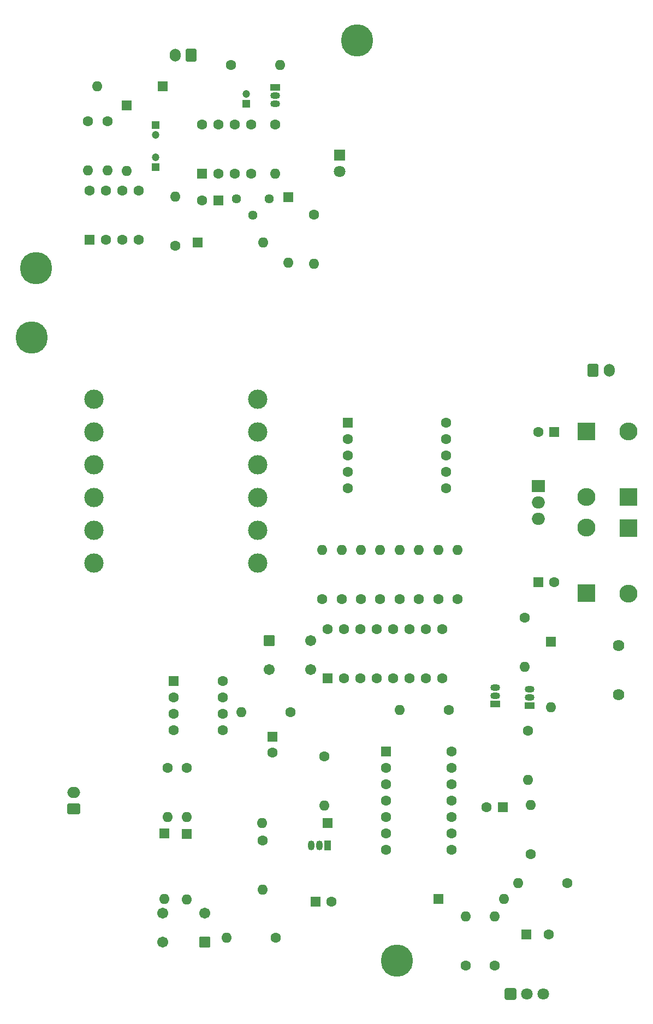
<source format=gbr>
%TF.GenerationSoftware,KiCad,Pcbnew,9.0.1*%
%TF.CreationDate,2025-06-18T14:58:57+01:00*%
%TF.ProjectId,essaie,65737361-6965-42e6-9b69-6361645f7063,rev?*%
%TF.SameCoordinates,Original*%
%TF.FileFunction,Soldermask,Top*%
%TF.FilePolarity,Negative*%
%FSLAX46Y46*%
G04 Gerber Fmt 4.6, Leading zero omitted, Abs format (unit mm)*
G04 Created by KiCad (PCBNEW 9.0.1) date 2025-06-18 14:58:57*
%MOMM*%
%LPD*%
G01*
G04 APERTURE LIST*
G04 Aperture macros list*
%AMRoundRect*
0 Rectangle with rounded corners*
0 $1 Rounding radius*
0 $2 $3 $4 $5 $6 $7 $8 $9 X,Y pos of 4 corners*
0 Add a 4 corners polygon primitive as box body*
4,1,4,$2,$3,$4,$5,$6,$7,$8,$9,$2,$3,0*
0 Add four circle primitives for the rounded corners*
1,1,$1+$1,$2,$3*
1,1,$1+$1,$4,$5*
1,1,$1+$1,$6,$7*
1,1,$1+$1,$8,$9*
0 Add four rect primitives between the rounded corners*
20,1,$1+$1,$2,$3,$4,$5,0*
20,1,$1+$1,$4,$5,$6,$7,0*
20,1,$1+$1,$6,$7,$8,$9,0*
20,1,$1+$1,$8,$9,$2,$3,0*%
G04 Aperture macros list end*
%ADD10C,3.000000*%
%ADD11RoundRect,0.248400X-0.651600X-0.651600X0.651600X-0.651600X0.651600X0.651600X-0.651600X0.651600X0*%
%ADD12C,1.800000*%
%ADD13C,1.600000*%
%ADD14O,1.600000X1.600000*%
%ADD15RoundRect,0.250000X0.550000X-0.550000X0.550000X0.550000X-0.550000X0.550000X-0.550000X-0.550000X0*%
%ADD16R,2.000000X1.905000*%
%ADD17O,2.000000X1.905000*%
%ADD18RoundRect,0.102000X-0.749000X-0.749000X0.749000X-0.749000X0.749000X0.749000X-0.749000X0.749000X0*%
%ADD19C,1.702000*%
%ADD20R,1.600000X1.600000*%
%ADD21R,2.800000X2.800000*%
%ADD22O,2.800000X2.800000*%
%ADD23R,1.500000X1.050000*%
%ADD24O,1.500000X1.050000*%
%ADD25C,0.800000*%
%ADD26C,5.000000*%
%ADD27RoundRect,0.250000X-0.550000X-0.550000X0.550000X-0.550000X0.550000X0.550000X-0.550000X0.550000X0*%
%ADD28R,1.800000X1.800000*%
%ADD29R,1.050000X1.500000*%
%ADD30O,1.050000X1.500000*%
%ADD31R,1.200000X1.200000*%
%ADD32C,1.200000*%
%ADD33RoundRect,0.250000X0.750000X-0.600000X0.750000X0.600000X-0.750000X0.600000X-0.750000X-0.600000X0*%
%ADD34O,2.000000X1.700000*%
%ADD35RoundRect,0.250000X0.600000X0.750000X-0.600000X0.750000X-0.600000X-0.750000X0.600000X-0.750000X0*%
%ADD36O,1.700000X2.000000*%
%ADD37RoundRect,0.250000X-0.600000X-0.750000X0.600000X-0.750000X0.600000X0.750000X-0.600000X0.750000X0*%
%ADD38C,1.779000*%
%ADD39C,1.440000*%
%ADD40RoundRect,0.102000X0.749000X0.749000X-0.749000X0.749000X-0.749000X-0.749000X0.749000X-0.749000X0*%
G04 APERTURE END LIST*
D10*
%TO.C,T1*%
X165900000Y-108320000D03*
X165900000Y-98160000D03*
X140500000Y-82920000D03*
X140500000Y-103240000D03*
X165900000Y-82920000D03*
X165900000Y-88000000D03*
X140500000Y-88000000D03*
X165900000Y-93080000D03*
X140500000Y-93080000D03*
X140500000Y-98160000D03*
X165900000Y-103240000D03*
X140500000Y-108320000D03*
%TD*%
D11*
%TO.C,U14*%
X205130000Y-175105000D03*
D12*
X207670000Y-175105000D03*
X210210000Y-175105000D03*
%TD*%
D13*
%TO.C,R8*%
X198170000Y-170730000D03*
D14*
X198170000Y-163110000D03*
%TD*%
D15*
%TO.C,U2*%
X157285000Y-47925000D03*
D13*
X159825000Y-47925000D03*
X162365000Y-47925000D03*
X164905000Y-47925000D03*
X164905000Y-40305000D03*
X162365000Y-40305000D03*
X159825000Y-40305000D03*
X157285000Y-40305000D03*
%TD*%
D16*
%TO.C,U1*%
X209400000Y-96420000D03*
D17*
X209400000Y-98960000D03*
X209400000Y-101500000D03*
%TD*%
D13*
%TO.C,R12*%
X154900000Y-140110000D03*
D14*
X154900000Y-147730000D03*
%TD*%
D18*
%TO.C,SW2*%
X167650000Y-120360000D03*
D19*
X167650000Y-124860000D03*
X174150000Y-120360000D03*
X174150000Y-124860000D03*
%TD*%
D20*
%TO.C,C9*%
X203899000Y-146139000D03*
D13*
X201399000Y-146139000D03*
%TD*%
D20*
%TO.C,C8*%
X174845000Y-160820000D03*
D13*
X177345000Y-160820000D03*
%TD*%
%TO.C,R23*%
X176193888Y-138329000D03*
D14*
X176193888Y-145949000D03*
%TD*%
D20*
%TO.C,U8*%
X179902500Y-86530000D03*
D13*
X179902500Y-89070000D03*
X179902500Y-91610000D03*
X179902500Y-94150000D03*
X179902500Y-96690000D03*
X195142500Y-96690000D03*
X195142500Y-94150000D03*
X195142500Y-91610000D03*
X195142500Y-89070000D03*
X195142500Y-86530000D03*
%TD*%
%TO.C,R22*%
X166693888Y-151329000D03*
D14*
X166693888Y-158949000D03*
%TD*%
D20*
%TO.C,C2*%
X209400000Y-111294888D03*
D13*
X211900000Y-111294888D03*
%TD*%
D21*
%TO.C,D2*%
X223400000Y-102920000D03*
D22*
X223400000Y-113080000D03*
%TD*%
D20*
%TO.C,C5*%
X207517349Y-165920000D03*
D13*
X211017349Y-165920000D03*
%TD*%
%TO.C,R14*%
X196900000Y-113920000D03*
D14*
X196900000Y-106300000D03*
%TD*%
D13*
%TO.C,R21*%
X175900000Y-113920000D03*
D14*
X175900000Y-106300000D03*
%TD*%
D13*
%TO.C,R24*%
X208193888Y-153449000D03*
D14*
X208193888Y-145829000D03*
%TD*%
D20*
%TO.C,D8*%
X151175000Y-34420000D03*
D14*
X141015000Y-34420000D03*
%TD*%
D15*
%TO.C,U7*%
X176700000Y-126230000D03*
D13*
X179240000Y-126230000D03*
X181780000Y-126230000D03*
X184320000Y-126230000D03*
X186860000Y-126230000D03*
X189400000Y-126230000D03*
X191940000Y-126230000D03*
X194480000Y-126230000D03*
X194480000Y-118610000D03*
X191940000Y-118610000D03*
X189400000Y-118610000D03*
X186860000Y-118610000D03*
X184320000Y-118610000D03*
X181780000Y-118610000D03*
X179240000Y-118610000D03*
X176700000Y-118610000D03*
%TD*%
%TO.C,R5*%
X142595000Y-39800000D03*
D14*
X142595000Y-47420000D03*
%TD*%
D23*
%TO.C,Q4*%
X202723888Y-130169000D03*
D24*
X202723888Y-128899000D03*
X202723888Y-127629000D03*
%TD*%
D25*
%TO.C,H1*%
X179470000Y-27320000D03*
X180019175Y-25994175D03*
X180019175Y-28645825D03*
X181345000Y-25445000D03*
D26*
X181345000Y-27320000D03*
D25*
X181345000Y-29195000D03*
X182670825Y-25994175D03*
X182670825Y-28645825D03*
X183220000Y-27320000D03*
%TD*%
D13*
%TO.C,R25*%
X195503888Y-131139000D03*
D14*
X187883888Y-131139000D03*
%TD*%
D25*
%TO.C,H4*%
X185644175Y-169994175D03*
X186193350Y-168668350D03*
X186193350Y-171320000D03*
X187519175Y-168119175D03*
D26*
X187519175Y-169994175D03*
D25*
X187519175Y-171869175D03*
X188845000Y-168668350D03*
X188845000Y-171320000D03*
X189394175Y-169994175D03*
%TD*%
D20*
%TO.C,D14*%
X211400000Y-120549000D03*
D14*
X211400000Y-130709000D03*
%TD*%
D13*
%TO.C,R10*%
X170980000Y-131420000D03*
D14*
X163360000Y-131420000D03*
%TD*%
D27*
%TO.C,U10*%
X185819000Y-137569000D03*
D13*
X185819000Y-140109000D03*
X185819000Y-142649000D03*
X185819000Y-145189000D03*
X185819000Y-147729000D03*
X185819000Y-150269000D03*
X185819000Y-152809000D03*
X195979000Y-152809000D03*
X195979000Y-150269000D03*
X195979000Y-147729000D03*
X195979000Y-145189000D03*
X195979000Y-142649000D03*
X195979000Y-140109000D03*
X195979000Y-137569000D03*
%TD*%
%TO.C,R11*%
X168710000Y-166420000D03*
D14*
X161090000Y-166420000D03*
%TD*%
D20*
%TO.C,D13*%
X176773888Y-148639000D03*
D14*
X166613888Y-148639000D03*
%TD*%
D13*
%TO.C,R13*%
X151900000Y-140110000D03*
D14*
X151900000Y-147730000D03*
%TD*%
D15*
%TO.C,U3*%
X139785000Y-58225000D03*
D13*
X142325000Y-58225000D03*
X144865000Y-58225000D03*
X147405000Y-58225000D03*
X147405000Y-50605000D03*
X144865000Y-50605000D03*
X142325000Y-50605000D03*
X139785000Y-50605000D03*
%TD*%
D28*
%TO.C,D5*%
X178595000Y-45120000D03*
D12*
X178595000Y-47660000D03*
%TD*%
D29*
%TO.C,Q2*%
X176733888Y-152139000D03*
D30*
X175463888Y-152139000D03*
X174193888Y-152139000D03*
%TD*%
D20*
%TO.C,C1*%
X211900000Y-88000000D03*
D13*
X209400000Y-88000000D03*
%TD*%
D20*
%TO.C,D11*%
X151400000Y-150240000D03*
D14*
X151400000Y-160400000D03*
%TD*%
D20*
%TO.C,D9*%
X145595000Y-37340000D03*
D14*
X145595000Y-47500000D03*
%TD*%
D13*
%TO.C,R1*%
X168595000Y-40310000D03*
D14*
X168595000Y-47930000D03*
%TD*%
D20*
%TO.C,C3*%
X159800113Y-52120000D03*
D13*
X157300113Y-52120000D03*
%TD*%
D21*
%TO.C,D4*%
X216900000Y-113000000D03*
D22*
X216900000Y-102840000D03*
%TD*%
D23*
%TO.C,Q3*%
X208083888Y-130399000D03*
D24*
X208083888Y-129129000D03*
X208083888Y-127859000D03*
%TD*%
D20*
%TO.C,D7*%
X170595000Y-51620000D03*
D14*
X170595000Y-61780000D03*
%TD*%
D13*
%TO.C,R4*%
X153095000Y-59120000D03*
D14*
X153095000Y-51500000D03*
%TD*%
D13*
%TO.C,R16*%
X184900000Y-113920000D03*
D14*
X184900000Y-106300000D03*
%TD*%
D27*
%TO.C,U6*%
X152865000Y-126610000D03*
D13*
X152865000Y-129150000D03*
X152865000Y-131690000D03*
X152865000Y-134230000D03*
X160485000Y-134230000D03*
X160485000Y-131690000D03*
X160485000Y-129150000D03*
X160485000Y-126610000D03*
%TD*%
D31*
%TO.C,C11*%
X164095000Y-37120000D03*
D32*
X164095000Y-35620000D03*
%TD*%
D13*
%TO.C,R3*%
X174595000Y-54310000D03*
D14*
X174595000Y-61930000D03*
%TD*%
D31*
%TO.C,C6*%
X150095000Y-46920000D03*
D32*
X150095000Y-45420000D03*
%TD*%
D13*
%TO.C,R15*%
X193900000Y-113920000D03*
D14*
X193900000Y-106300000D03*
%TD*%
D31*
%TO.C,C4*%
X150095000Y-40420000D03*
D32*
X150095000Y-41920000D03*
%TD*%
D33*
%TO.C,J1*%
X137400000Y-146420000D03*
D34*
X137400000Y-143920000D03*
%TD*%
D13*
%TO.C,R9*%
X213900000Y-157920000D03*
D14*
X206280000Y-157920000D03*
%TD*%
D35*
%TO.C,J2*%
X155595000Y-29620000D03*
D36*
X153095000Y-29620000D03*
%TD*%
D37*
%TO.C,J3*%
X217900000Y-78420000D03*
D36*
X220400000Y-78420000D03*
%TD*%
D13*
%TO.C,R18*%
X178900000Y-113920000D03*
D14*
X178900000Y-106300000D03*
%TD*%
D13*
%TO.C,R17*%
X190900000Y-113920000D03*
D14*
X190900000Y-106300000D03*
%TD*%
D38*
%TO.C,LS1*%
X221900000Y-128739000D03*
X221900000Y-121139000D03*
%TD*%
D20*
%TO.C,D12*%
X154900000Y-150340000D03*
D14*
X154900000Y-160500000D03*
%TD*%
D13*
%TO.C,R20*%
X187900000Y-113920000D03*
D14*
X187900000Y-106300000D03*
%TD*%
D39*
%TO.C,RV1*%
X167635000Y-51890000D03*
X165095000Y-54430000D03*
X162555000Y-51890000D03*
%TD*%
D20*
%TO.C,D10*%
X193930000Y-160420000D03*
D14*
X204090000Y-160420000D03*
%TD*%
D23*
%TO.C,Q1*%
X168595000Y-34620000D03*
D24*
X168595000Y-35890000D03*
X168595000Y-37160000D03*
%TD*%
D13*
%TO.C,R19*%
X181900000Y-113920000D03*
D14*
X181900000Y-106300000D03*
%TD*%
D25*
%TO.C,H3*%
X128970000Y-73320000D03*
X129519175Y-71994175D03*
X129519175Y-74645825D03*
X130845000Y-71445000D03*
D26*
X130845000Y-73320000D03*
D25*
X130845000Y-75195000D03*
X132170825Y-71994175D03*
X132170825Y-74645825D03*
X132720000Y-73320000D03*
%TD*%
D20*
%TO.C,D6*%
X156595000Y-58620000D03*
D14*
X166755000Y-58620000D03*
%TD*%
D13*
%TO.C,R6*%
X139595000Y-39800000D03*
D14*
X139595000Y-47420000D03*
%TD*%
D13*
%TO.C,R7*%
X202670000Y-170730000D03*
D14*
X202670000Y-163110000D03*
%TD*%
D20*
%TO.C,C7*%
X168170000Y-135214888D03*
D13*
X168170000Y-137714888D03*
%TD*%
D25*
%TO.C,H2*%
X129644175Y-62645825D03*
X130193350Y-61320000D03*
X130193350Y-63971650D03*
X131519175Y-60770825D03*
D26*
X131519175Y-62645825D03*
D25*
X131519175Y-64520825D03*
X132845000Y-61320000D03*
X132845000Y-63971650D03*
X133394175Y-62645825D03*
%TD*%
D13*
%TO.C,R26*%
X207783888Y-134319000D03*
D14*
X207783888Y-141939000D03*
%TD*%
D40*
%TO.C,SW1*%
X157650000Y-167070000D03*
D19*
X157650000Y-162570000D03*
X151150000Y-167070000D03*
X151150000Y-162570000D03*
%TD*%
D21*
%TO.C,D3*%
X216900000Y-87920000D03*
D22*
X216900000Y-98080000D03*
%TD*%
D13*
%TO.C,R2*%
X161785000Y-31120000D03*
D14*
X169405000Y-31120000D03*
%TD*%
D13*
%TO.C,R27*%
X207283888Y-116819000D03*
D14*
X207283888Y-124439000D03*
%TD*%
D21*
%TO.C,D1*%
X223400000Y-98080000D03*
D22*
X223400000Y-87920000D03*
%TD*%
M02*

</source>
